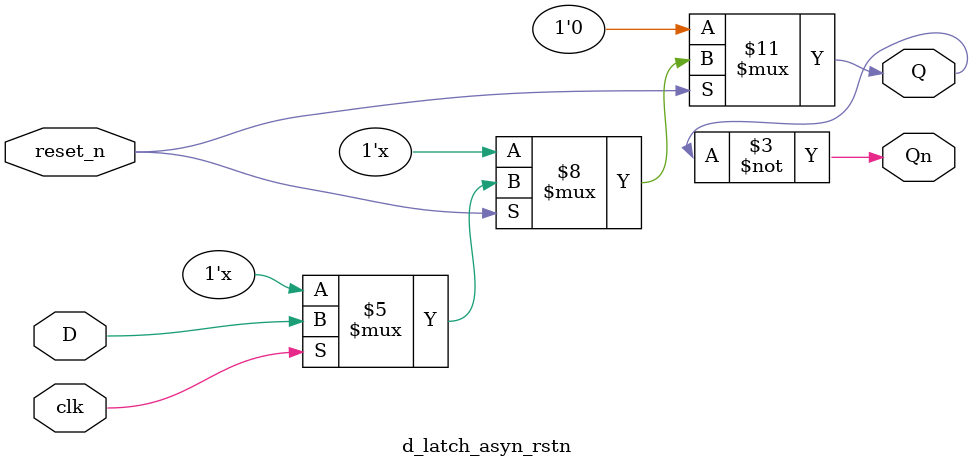
<source format=sv>
module d_latch_asyn_rstn(
    input logic clk,
    input logic reset_n,
    input logic D,
    output logic Q, 
    output logic Qn 
);
    // Used behavioural because the simulation stuck 
    always @(clk, D, reset_n) begin
        if (!reset_n)
            Q = 0;
        else if (clk)
            Q = D;
    end
    assign Qn = ~Q;
    
    // Correct solution using dataflow:
    
//    logic S, R;

//    assign S = D;
//    assign R = ~D;

//    logic nand1_o, nand2_o, Q1;
//    assign nand1_o = ~(S & clk);
//    assign nand2_o = ~(R & clk);
    
//    assign Q1 = ~(nand1_o & Qn);
//    assign Q = reset_n & Q1;
//    assign Qn = ~(nand2_o & Q);
    
endmodule                                                                                                                                                            
</source>
